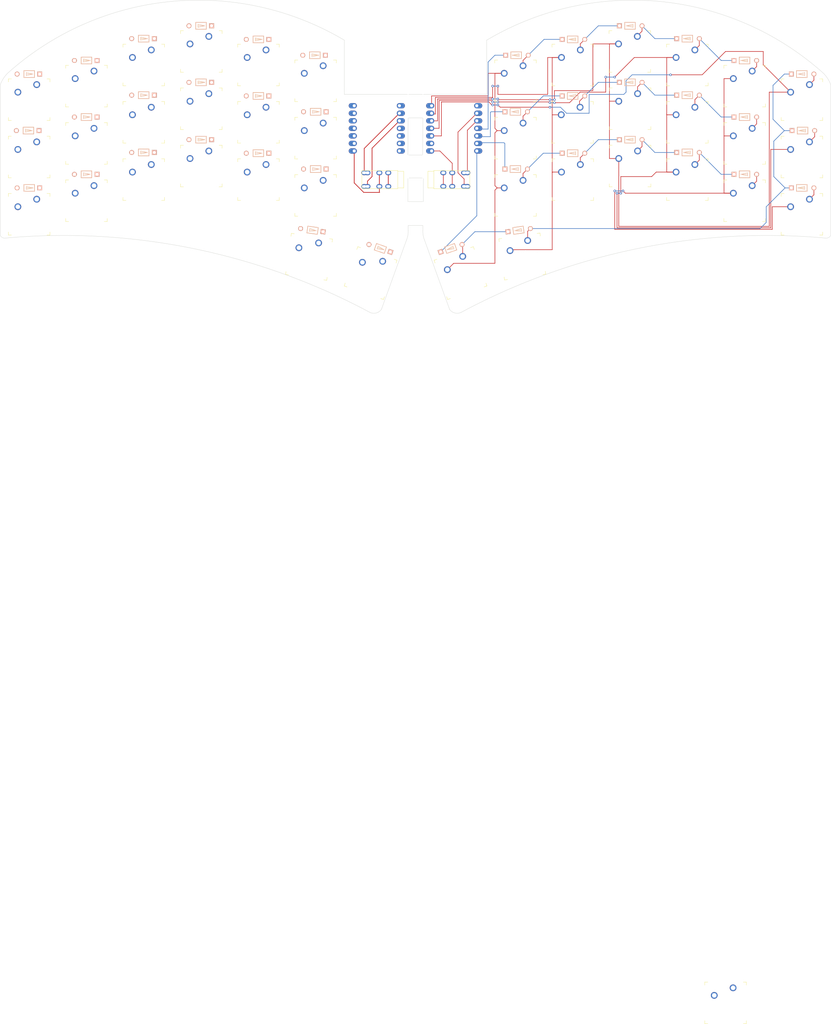
<source format=kicad_pcb>
(kicad_pcb (version 20211014) (generator pcbnew)
  (layers (0 "F.Cu" signal) (31 "B.Cu" signal) (34 "B.Paste" user) (35 "F.Paste" user) (36 "B.SilkS" user "B.Silkscreen") (37 "F.SilkS" user "F.Silkscreen") (38 "B.Mask" user) (39 "F.Mask" user) (44 "Edge.Cuts" user))
  (net 0 "")
  (footprint "keyswitches:SW_MX" (layer "F.Cu") (at 9.938 -118.872)
    (fp_text reference "REF**" hide)
    (fp_text value "SW_MX" hide)
  )
  (footprint "keyswitches:SW_MX" (layer "F.Cu") (at 125 -79.756 -19)
    (fp_text reference "REF**" hide)
    (fp_text value "SW_MX" hide)
  )
  (footprint "keyswitches:SW_MX" (layer "F.Cu") (at 251.038 -123.444)
    (fp_text reference "REF**" hide)
    (fp_text value "SW_MX" hide)
  )
  (footprint "Keebio-Parts:Diode" (layer "F.Cu") (at 48.292 -139.7)
    (fp_text reference "Ref**" hide)
    (fp_text value "VAL**" hide)
  )
  (footprint "Panelization:mouse-bite-5mm-slot" (layer "F.Cu") (at 140.144 -136.024 90)
    (fp_text reference "mouse-bite-5mm-slot" hide)
    (fp_text value "VAL**" hide)
  )
  (footprint "keyswitches:SW_MX" (layer "F.Cu") (at 29.242 -123.444)
    (fp_text reference "REF**" hide)
    (fp_text value "SW_MX" hide)
  )
  (footprint "keyswitches:SW_MX" (layer "F.Cu") (at 193.126 -111.252)
    (fp_text reference "REF**" hide)
    (fp_text value "SW_MX" hide)
  )
  (footprint "keyswitches:SW_MX" (layer "F.Cu") (at 231.734 -130.556)
    (fp_text reference "REF**" hide)
    (fp_text value "SW_MX" hide)
  )
  (footprint "Keebio-Parts:Diode" (layer "F.Cu") (at 67.596 -144.018)
    (fp_text reference "Ref**" hide)
    (fp_text value "VAL**" hide)
  )
  (footprint "Keebio-Parts:Diode" (layer "F.Cu") (at 9.684 -146.812)
    (fp_text reference "Ref**" hide)
    (fp_text value "VAL**" hide)
  )
  (footprint "keyswitches:SW_MX" (layer "F.Cu") (at 67.944 -154.424)
    (fp_text reference "REF**" hide)
    (fp_text value "SW_MX" hide)
  )
  (footprint "Keebio-Parts:Diode" (layer "F.Cu") (at 105.95 -153.162)
    (fp_text reference "Ref**" hide)
    (fp_text value "VAL**" hide)
  )
  (footprint "Keebio-Parts:Diode" (layer "F.Cu") (at 28.988 -113.03)
    (fp_text reference "Ref**" hide)
    (fp_text value "VAL**" hide)
  )
  (footprint "keyswitches:SW_MX" (layer "F.Cu") (at 106.458 -144.526)
    (fp_text reference "REF**" hide)
    (fp_text value "SW_MX" hide)
  )
  (footprint "keyswitches:SW_MX" (layer "F.Cu") (at 106.458 -105.918)
    (fp_text reference "REF**" hide)
    (fp_text value "SW_MX" hide)
  )
  (footprint "keyswitches:SW_MX" (layer "F.Cu") (at 9.938 -99.568)
    (fp_text reference "REF**" hide)
    (fp_text value "SW_MX" hide)
  )
  (footprint "keyswitches:SW_MX" (layer "F.Cu") (at 87.208 -130.556)
    (fp_text reference "REF**" hide)
    (fp_text value "SW_MX" hide)
  )
  (footprint "xiao-main:xiao-tht" (layer "F.Cu") (at 127.086 -128.524)
    (fp_text reference "U?" hide)
    (fp_text value "xiao-ble-thruhole" hide)
  )
  (footprint "Keebio-Parts:TRRS-PJ-320A" (layer "F.Cu") (at 134.1445 -111.252 -90)
    (fp_text reference "REF**" hide)
    (fp_text value "TRRS-PJ-320A" hide)
  )
  (footprint "keyswitches:SW_MX" (layer "F.Cu") (at 251.038 -142.748)
    (fp_text reference "REF**" hide)
    (fp_text value "SW_MX" hide)
  )
  (footprint "Keebio-Parts:Diode" (layer "F.Cu") (at 28.988 -151.384)
    (fp_text reference "Ref**" hide)
    (fp_text value "VAL**" hide)
  )
  (footprint "keyswitches:SW_MX" (layer "F.Cu") (at 176.108 -85.344 8)
    (fp_text reference "REF**" hide)
    (fp_text value "SW_MX" hide)
  )
  (footprint "keyswitches:SW_MX" (layer "F.Cu") (at 104.25172 -85.238938 -8)
    (fp_text reference "REF**" hide)
    (fp_text value "SW_MX" hide)
  )
  (footprint "keyswitches:SW_MX" (layer "F.Cu") (at 67.944 -115.816)
    (fp_text reference "REF**" hide)
    (fp_text value "SW_MX" hide)
  )
  (footprint "keyswitches:SW_MX" (layer "F.Cu") (at 48.546 -111.252)
    (fp_text reference "REF**" hide)
    (fp_text value "SW_MX" hide)
  )
  (footprint "Keebio-Parts:Diode" (layer "F.Cu") (at 67.596 -163.068)
    (fp_text reference "Ref**" hide)
    (fp_text value "VAL**" hide)
  )
  (footprint "keyswitches:SW_MX" (layer "F.Cu") (at 231.734 -149.86)
    (fp_text reference "REF**" hide)
    (fp_text value "SW_MX" hide)
  )
  (footprint "keyswitches:SW_MX" (layer "F.Cu") (at 173.822 -125.222)
    (fp_text reference "REF**" hide)
    (fp_text value "SW_MX" hide)
  )
  (footprint "Keebio-Parts:Diode" (layer "F.Cu") (at 67.596 -124.714)
    (fp_text reference "Ref**" hide)
    (fp_text value "VAL**" hide)
  )
  (footprint "Keebio-Parts:Diode" (layer "F.Cu") (at 106.204 -114.808)
    (fp_text reference "Ref**" hide)
    (fp_text value "VAL**" hide)
  )
  (footprint "keyswitches:SW_MX" (layer "F.Cu") (at 193.126 -149.86)
    (fp_text reference "REF**" hide)
    (fp_text value "SW_MX" hide)
  )
  (footprint "keyswitches:SW_MX" (layer "F.Cu") (at 270.342 -118.872)
    (fp_text reference "REF**" hide)
    (fp_text value "SW_MX" hide)
  )
  (footprint "keyswitches:SW_MX" (layer "F.Cu") (at 106.458 -125.222)
    (fp_text reference "REF**" hide)
    (fp_text value "SW_MX" hide)
  )
  (footprint "Keebio-Parts:Diode" (layer "F.Cu") (at 9.43 -127.762)
    (fp_text reference "Ref**" hide)
    (fp_text value "VAL**" hide)
  )
  (footprint "Panelization:mouse-bite-5mm-slot" (layer "F.Cu") (at 140.144 -115.624 90)
    (fp_text reference "mouse-bite-5mm-slot" hide)
    (fp_text value "VAL**" hide)
  )
  (footprint "keyswitches:SW_MX" (layer "F.Cu") (at 87.208 -111.252)
    (fp_text reference "REF**" hide)
    (fp_text value "SW_MX" hide)
  )
  (footprint "Keebio-Parts:TRRS-PJ-320A" (layer "F.Cu") (at 146.304 -111.252 90)
    (fp_text reference "REF**" hide)
    (fp_text value "TRRS-PJ-320A" hide)
  )
  (footprint "Keebio-Parts:Diode" (layer "F.Cu") (at 28.988 -132.334)
    (fp_text reference "Ref**" hide)
    (fp_text value "VAL**" hide)
  )
  (footprint "Keebio-Parts:Diode" (layer "F.Cu") (at 48.292 -158.75)
    (fp_text reference "Ref**" hide)
    (fp_text value "VAL**" hide)
  )
  (footprint "Keebio-Parts:Diode" (layer "F.Cu") (at 128.048 -88.138 -19)
    (fp_text reference "Ref**" hide)
    (fp_text value "VAL**" hide)
  )
  (footprint "keyswitches:SW_MX" (layer "F.Cu") (at 193.04 -130.556)
    (fp_text reference "REF**" hide)
    (fp_text value "SW_MX" hide)
  )
  (footprint "keyswitches:SW_MX" (layer "F.Cu") (at 212.43 -135.128)
    (fp_text reference "REF**" hide)
    (fp_text value "SW_MX" hide)
  )
  (footprint "keyswitches:SW_MX" (layer "F.Cu") (at 270.342 -99.568)
    (fp_text reference "REF**" hide)
    (fp_text value "SW_MX" hide)
  )
  (footprint "Keebio-Parts:Diode" (layer "F.Cu") (at 86.9 -139.446)
    (fp_text reference "Ref**" hide)
    (fp_text value "VAL**" hide)
  )
  (footprint "keyswitches:SW_MX" (layer "F.Cu") (at 173.822 -105.918)
    (fp_text reference "REF**" hide)
    (fp_text value "SW_MX" hide)
  )
  (footprint "keyswitches:SW_MX" (layer "F.Cu") (at 48.546 -149.86)
    (fp_text reference "REF**" hide)
    (fp_text value "SW_MX" hide)
  )
  (footprint "keyswitches:SW_MX" (layer "F.Cu") (at 212.43 -115.824)
    (fp_text reference "REF**" hide)
    (fp_text value "SW_MX" hide)
  )
  (footprint "keyswitches:SW_MX" (layer "F.Cu") (at 9.938 -138.176)
    (fp_text reference "REF**" hide)
    (fp_text value "SW_MX" hide)
  )
  (footprint "Panelization:mouse-bite-5mm-slot" (layer "F.Cu") (at 140.144 -99.824 90)
    (fp_text reference "mouse-bite-5mm-slot" hide)
    (fp_text value "VAL**" hide)
  )
  (footprint "keyswitches:SW_MX" (layer "F.Cu") (at 251.038 -104.14)
    (fp_text reference "REF**" hide)
    (fp_text value "SW_MX" hide)
  )
  (footprint "Keebio-Parts:Diode" (layer "F.Cu") (at 48.292 -120.396)
    (fp_text reference "Ref**" hide)
    (fp_text value "VAL**" hide)
  )
  (footprint "keyswitches:SW_MX" (layer "F.Cu") (at 270.342 -138.176)
    (fp_text reference "REF**" hide)
    (fp_text value "SW_MX" hide)
  )
  (footprint "Keebio-Parts:Diode" (layer "F.Cu") (at 106.204 -134.112)
    (fp_text reference "Ref**" hide)
    (fp_text value "VAL**" hide)
  )
  (footprint "keyswitches:SW_MX" (layer "F.Cu") (at 244.602 166.116)
    (fp_text reference "REF**" hide)
    (fp_text value "SW_MX" hide)
  )
  (footprint "Keebio-Parts:Diode" (layer "F.Cu") (at 86.9 -120.142)
    (fp_text reference "Ref**" hide)
    (fp_text value "VAL**" hide)
  )
  (footprint "keyswitches:SW_MX" (layer "F.Cu") (at 48.546 -130.556)
    (fp_text reference "REF**" hide)
    (fp_text value "SW_MX" hide)
  )
  (footprint "keyswitches:SW_MX" (layer "F.Cu") (at 212.344 -154.432)
    (fp_text reference "REF**" hide)
    (fp_text value "SW_MX" hide)
  )
  (footprint "keyswitches:SW_MX" (layer "F.Cu") (at 67.944 -135.12)
    (fp_text reference "REF**" hide)
    (fp_text value "SW_MX" hide)
  )
  (footprint "keyswitches:SW_MX" (layer "F.Cu") (at 155.28 -79.756 19)
    (fp_text reference "REF**" hide)
    (fp_text value "SW_MX" hide)
  )
  (footprint "Keebio-Parts:Diode" (layer "F.Cu") (at 86.9 -158.496)
    (fp_text reference "Ref**" hide)
    (fp_text value "VAL**" hide)
  )
  (footprint "Keebio-Parts:Diode" (layer "F.Cu") (at 105.188 -94.234 -8)
    (fp_text reference "Ref**" hide)
    (fp_text value "VAL**" hide)
  )
  (footprint "keyswitches:SW_MX" (layer "F.Cu") (at 87.208 -149.86)
    (fp_text reference "REF**" hide)
    (fp_text value "SW_MX" hide)
  )
  (footprint "keyswitches:SW_MX" (layer "F.Cu") (at 29.242 -142.748)
    (fp_text reference "REF**" hide)
    (fp_text value "SW_MX" hide)
  )
  (footprint "keyswitches:SW_MX" (layer "F.Cu") (at 173.822 -144.526)
    (fp_text reference "REF**" hide)
    (fp_text value "SW_MX" hide)
  )
  (footprint "keyswitches:SW_MX" (layer "F.Cu") (at 231.734 -111.252)
    (fp_text reference "REF**" hide)
    (fp_text value "SW_MX" hide)
  )
  (footprint "keyswitches:SW_MX" (layer "F.Cu") (at 29.242 -104.14)
    (fp_text reference "REF**" hide)
    (fp_text value "SW_MX" hide)
  )
  (footprint "Keebio-Parts:Diode" (layer "F.Cu") (at 9.684 -108.458)
    (fp_text reference "Ref**" hide)
    (fp_text value "VAL**" hide)
  )
  (footprint "Keebio-Parts:Diode" (layer "B.Cu") (at 231.956 -139.7 180)
    (fp_text reference "Ref**" hide)
    (fp_text value "VAL**" hide)
  )
  (footprint "Keebio-Parts:Diode" (layer "B.Cu") (at 193.348 -120.142 180)
    (fp_text reference "Ref**" hide)
    (fp_text value "VAL**" hide)
  )
  (footprint "Keebio-Parts:Diode" (layer "B.Cu") (at 193.348 -139.446 180)
    (fp_text reference "Ref**" hide)
    (fp_text value "VAL**" hide)
  )
  (footprint "Keebio-Parts:Diode" (layer "B.Cu") (at 231.956 -158.75 180)
    (fp_text reference "Ref**" hide)
    (fp_text value "VAL**" hide)
  )
  (footprint "Keebio-Parts:Diode" (layer "B.Cu") (at 231.956 -120.396 180)
    (fp_text reference "Ref**" hide)
    (fp_text value "VAL**" hide)
  )
  (footprint "Keebio-Parts:Diode" (layer "B.Cu") (at 251.26 -132.334 180)
    (fp_text reference "Ref**" hide)
    (fp_text value "VAL**" hide)
  )
  (footprint "Keebio-Parts:Diode" (layer "B.Cu") (at 270.564 -108.458 180)
    (fp_text reference "Ref**" hide)
    (fp_text value "VAL**" hide)
  )
  (footprint "Keebio-Parts:Diode" (layer "B.Cu") (at 212.652 -144.018 180)
    (fp_text reference "Ref**" hide)
    (fp_text value "VAL**" hide)
  )
  (footprint "Keebio-Parts:Diode" (layer "B.Cu") (at 251.26 -151.384 180)
    (fp_text reference "Ref**" hide)
    (fp_text value "VAL**" hide)
  )
  (footprint "xiao-main:xiao-tht" (layer "B.Cu") (at 153.162 -128.524 180)
    (fp_text reference "U?" hide)
    (fp_text value "xiao-ble-thruhole" hide)
  )
  (footprint "Keebio-Parts:Diode" (layer "B.Cu") (at 251.26 -113.03 180)
    (fp_text reference "Ref**" hide)
    (fp_text value "VAL**" hide)
  )
  (footprint "Keebio-Parts:Diode" (layer "B.Cu") (at 193.348 -158.496 180)
    (fp_text reference "Ref**" hide)
    (fp_text value "VAL**" hide)
  )
  (footprint "Keebio-Parts:Diode" (layer "B.Cu") (at 270.818 -127.762 180)
    (fp_text reference "Ref**" hide)
    (fp_text value "VAL**" hide)
  )
  (footprint "Keebio-Parts:Diode" (layer "B.Cu") (at 152.2 -88.138 -161)
    (fp_text reference "Ref**" hide)
    (fp_text value "VAL**" hide)
  )
  (footprint "Keebio-Parts:Diode" (layer "B.Cu") (at 174.298 -153.162 180)
    (fp_text reference "Ref**" hide)
    (fp_text value "VAL**" hide)
  )
  (footprint "Keebio-Parts:Diode" (layer "B.Cu") (at 212.652 -124.714 180)
    (fp_text reference "Ref**" hide)
    (fp_text value "VAL**" hide)
  )
  (footprint "Keebio-Parts:Diode" (layer "B.Cu") (at 174.044 -114.808 180)
    (fp_text reference "Ref**" hide)
    (fp_text value "VAL**" hide)
  )
  (footprint "Keebio-Parts:Diode" (layer "B.Cu") (at 270.564 -146.812 180)
    (fp_text reference "Ref**" hide)
    (fp_text value "VAL**" hide)
  )
  (footprint "Keebio-Parts:Diode" (layer "B.Cu") (at 175.06 -94.234 -172)
    (fp_text reference "Ref**" hide)
    (fp_text value "VAL**" hide)
  )
  (footprint "Keebio-Parts:Diode" (layer "B.Cu") (at 212.652 -163.068 180)
    (fp_text reference "Ref**" hide)
    (fp_text value "VAL**" hide)
  )
  (footprint "Keebio-Parts:Diode" (layer "B.Cu") (at 174.044 -134.112 180)
    (fp_text reference "Ref**" hide)
    (fp_text value "VAL**" hide)
  )
  (gr_arc (start 137.654 -94.074) (mid 137.55667 -92.548556) (end 137.154 -91.074) (layer "Edge.Cuts") (width 0.1))
  (gr_arc (start 2.154 -91.574) (mid 65.232152 -88.031945) (end 124.654 -66.574) (layer "Edge.Cuts") (width 0.1))
  (gr_arc (start 280.094 -92.574) (mid 279.279622 -91.702756) (end 278.094 -91.574) (layer "Edge.Cuts") (width 0.1))
  (gr_line (start 142.594 -95.824) (end 137.654 -95.824) (layer "Edge.Cuts") (width 0.1))
  (gr_line (start 142.544 -119.524) (end 137.544 -119.524) (layer "Edge.Cuts") (width 0.1))
  (gr_line (start 142.744 -103.824) (end 137.544 -103.824) (layer "Edge.Cuts") (width 0.1))
  (gr_line (start 0.154 -92.574) (end 0.154 -143.074) (layer "Edge.Cuts") (width 0.1))
  (gr_line (start 142.594 -94.074) (end 142.594 -95.824) (layer "Edge.Cuts") (width 0.1))
  (gr_arc (start 164.138 -158.242) (mid 222.696062 -171.249643) (end 277.594 -147.074) (layer "Edge.Cuts") (width 0.1))
  (gr_arc (start 143.094 -91.074) (mid 142.69133 -92.548555) (end 142.594 -94.074) (layer "Edge.Cuts") (width 0.1))
  (gr_line (start 137.544 -119.524) (end 137.654 -132.024) (layer "Edge.Cuts") (width 0.1))
  (gr_arc (start 0.154 -143.074) (mid 1.17908 -145.214575) (end 2.654 -147.074) (layer "Edge.Cuts") (width 0.1))
  (gr_line (start 142.744 -111.824) (end 142.744 -103.824) (layer "Edge.Cuts") (width 0.1))
  (gr_line (start 164.094 -139.954) (end 164.138 -158.242) (layer "Edge.Cuts") (width 0.1))
  (gr_line (start 142.594 -132.024) (end 137.654 -132.024) (layer "Edge.Cuts") (width 0.1))
  (gr_line (start 280.094 -143.074) (end 280.094 -92.574) (layer "Edge.Cuts") (width 0.1))
  (gr_line (start 142.594 -132.024) (end 142.544 -119.524) (layer "Edge.Cuts") (width 0.1))
  (gr_arc (start 277.594 -147.074) (mid 279.06892 -145.214575) (end 280.094 -143.074) (layer "Edge.Cuts") (width 0.1))
  (gr_line (start 137.654 -95.824) (end 137.654 -94.074) (layer "Edge.Cuts") (width 0.1))
  (gr_line (start 164.094 -139.954) (end 142.594 -139.954) (layer "Edge.Cuts") (width 0.1))
  (gr_line (start 142.594 -139.954) (end 137.654 -139.954) (layer "Edge.Cuts") (width 0.1))
  (gr_arc (start 155.594 -66.574) (mid 153.402548 -66.308191) (end 151.594 -67.574) (layer "Edge.Cuts") (width 0.1))
  (gr_arc (start 2.154 -91.574) (mid 0.968378 -91.702756) (end 0.154 -92.574) (layer "Edge.Cuts") (width 0.1))
  (gr_line (start 137.544 -111.824) (end 142.744 -111.824) (layer "Edge.Cuts") (width 0.1))
  (gr_line (start 116.11 -158.242) (end 116.154 -139.954) (layer "Edge.Cuts") (width 0.1))
  (gr_line (start 137.154 -91.074) (end 128.654 -67.574) (layer "Edge.Cuts") (width 0.1))
  (gr_arc (start 2.654 -147.074) (mid 57.551938 -171.249643) (end 116.11 -158.242) (layer "Edge.Cuts") (width 0.1))
  (gr_arc (start 155.594 -66.574) (mid 215.015848 -88.031945) (end 278.094 -91.574) (layer "Edge.Cuts") (width 0.1))
  (gr_line (start 137.544 -103.824) (end 137.544 -111.824) (layer "Edge.Cuts") (width 0.1))
  (gr_line (start 151.594 -67.574) (end 143.094 -91.074) (layer "Edge.Cuts") (width 0.1))
  (gr_arc (start 128.654 -67.574) (mid 126.845464 -66.308194) (end 124.654 -66.574) (layer "Edge.Cuts") (width 0.1))
  (gr_line (start 137.654 -139.954) (end 116.154 -139.954) (layer "Edge.Cuts") (width 0.1))
  (segment (start 127.9445 -108.952) (end 127.9445 -107.0055) (width 0.25) (layer "F.Cu") (net 0))
  (segment (start 123.9445 -110.7365) (end 125.476 -112.268) (width 0.25) (layer "F.Cu") (net 0))
  (segment (start 127.9445 -113.538) (end 127.9445 -108.952) (width 0.25) (layer "F.Cu") (net 0))
  (segment (start 195.412 -137.7) (end 197.158 -139.446) (width 0.2) (layer "F.Cu") (net 0))
  (segment (start 221.234 -113.792) (end 227.924 -113.792) (width 0.2) (layer "F.Cu") (net 0))
  (segment (start 189.23 -133.096) (end 186.182 -133.096) (width 0.2) (layer "F.Cu") (net 0))
  (segment (start 152.991428 -83.058) (end 150.850631 -80.917203) (width 0.2) (layer "F.Cu") (net 0))
  (segment (start 189.316 -152.4) (end 186.182 -152.4) (width 0.2) (layer "F.Cu") (net 0))
  (segment (start 247.228 -145.288) (end 244.094 -145.288) (width 0.2) (layer "F.Cu") (net 0))
  (segment (start 186.182 -87.63) (end 186.182 -113.792) (width 0.2) (layer "F.Cu") (net 0))
  (segment (start 167.64 -108.458) (end 170.012 -108.458) (width 0.2) (layer "F.Cu") (net 0))
  (segment (start 156.027731 -85.386177) (end 156.027731 -89.15311) (width 0.2) (layer "F.Cu") (net 0))
  (segment (start 166.878 -147.066) (end 166.878 -128.524) (width 0.2) (layer "F.Cu") (net 0))
  (segment (start 176.362 -113.316) (end 177.854 -114.808) (width 0.2) (layer "F.Cu") (net 0))
  (segment (start 216.462 -161.258) (end 216.462 -163.068) (width 0.2) (layer "F.Cu") (net 0))
  (segment (start 244.602 -154.432) (end 241.046 -150.876) (width 0.2) (layer "F.Cu") (net 0))
  (segment (start 205.486 -156.972) (end 205.486 -137.668) (width 0.2) (layer "F.Cu") (net 0))
  (segment (start 235.766 -156.432) (end 235.766 -158.75) (width 0.2) (layer "F.Cu") (net 0))
  (segment (start 259.842 -94.996) (end 208.026 -94.996) (width 0.2) (layer "F.Cu") (net 0))
  (segment (start 219.71 -112.268) (end 221.234 -113.792) (width 0.2) (layer "F.Cu") (net 0))
  (segment (start 157.604 -127.886) (end 160.782 -131.064) (width 0.2) (layer "F.Cu") (net 0))
  (segment (start 241.046 -150.876) (end 236.728 -146.558) (width 0.2) (layer "F.Cu") (net 0))
  (segment (start 147.574 -131.064) (end 145.542 -131.064) (width 0.2) (layer "F.Cu") (net 0))
  (segment (start 164.592 -139.446) (end 145.542 -139.446) (width 0.2) (layer "F.Cu") (net 0))
  (segment (start 167.64 -127.762) (end 170.012 -127.762) (width 0.2) (layer "F.Cu") (net 0))
  (segment (start 253.578 -128.524) (end 255.07 -130.016) (width 0.2) (layer "F.Cu") (net 0))
  (segment (start 176.362 -132.62) (end 177.854 -134.112) (width 0.2) (layer "F.Cu") (net 0))
  (segment (start 208.62 -137.668) (end 205.486 -137.668) (width 0.2) (layer "F.Cu") (net 0))
  (segment (start 186.182 -113.792) (end 186.182 -113.538) (width 0.2) (layer "F.Cu") (net 0))
  (segment (start 145.542 -139.446) (end 145.542 -136.144) (width 0.2) (layer "F.Cu") (net 0))
  (segment (start 166.878 -127) (end 166.878 -109.22) (width 0.2) (layer "F.Cu") (net 0))
  (segment (start 192.024 -137.16) (end 195.58 -140.716) (width 0.2) (layer "F.Cu") (net 0))
  (segment (start 204.216 -140.716) (end 204.216 -145.796) (width 0.2) (layer "F.Cu") (net 0))
  (segment (start 235.766 -117.824) (end 235.766 -120.396) (width 0.2) (layer "F.Cu") (net 0))
  (segment (start 227.924 -152.4) (end 213.868 -152.4) (width 0.2) (layer "F.Cu") (net 0))
  (segment (start 195.666 -157.004) (end 197.158 -158.496) (width 0.2) (layer "F.Cu") (net 0))
  (segment (start 257.302 -154.432) (end 244.602 -154.432) (width 0.2) (layer "F.Cu") (net 0))
  (segment (start 147.574 -138.43) (end 147.574 -131.064) (width 0.2) (layer "F.Cu") (net 0))
  (segment (start 170.012 -147.066) (end 166.878 -147.066) (width 0.2) (layer "F.Cu") (net 0))
  (segment (start 195.58 -140.716) (end 204.216 -140.716) (width 0.2) (layer "F.Cu") (net 0))
  (segment (start 167.64 -127.762) (end 166.878 -127) (width 0.2) (layer "F.Cu") (net 0))
  (segment (start 208.026 -94.996) (end 208.026 -106.68) (width 0.2) (layer "F.Cu") (net 0))
  (segment (start 176.362 -130.302) (end 176.362 -132.62) (width 0.2) (layer "F.Cu") (net 0))
  (segment (start 208.62 -118.364) (end 208.62 -95.504) (width 0.2) (layer "F.Cu") (net 0))
  (segment (start 154.432 -127.254) (end 160.782 -133.604) (width 0.2) (layer "F.Cu") (net 0))
  (segment (start 214.97 -140.208) (end 214.97 -142.526) (width 0.2) (layer "F.Cu") (net 0))
  (segment (start 125.476 -112.268) (end 125.476 -121.834) (width 0.25) (layer "F.Cu") (net 0))
  (segment (start 244.094 -125.984) (end 244.094 -106.68) (width 0.2) (layer "F.Cu") (net 0))
  (segment (start 127.9445 -107.0055) (end 128.016 -106.934) (width 0.25) (layer "F.Cu") (net 0))
  (segment (start 146.812 -133.35) (end 145.796 -133.35) (width 0.2) (layer "F.Cu") (net 0))
  (segment (start 167.894 -137.414) (end 185.166 -137.414) (width 0.2) (layer "F.Cu") (net 0))
  (segment (start 185.166 -137.414) (end 185.42 -137.16) (width 0.2) (layer "F.Cu") (net 0))
  (segment (start 186.944 -137.16) (end 192.024 -137.16) (width 0.2) (layer "F.Cu") (net 0))
  (segment (start 168.148 -138.176) (end 167.894 -138.43) (width 0.2) (layer "F.Cu") (net 0))
  (segment (start 177.916282 -93.847611) (end 178.832921 -94.76425) (width 0.2) (layer "F.Cu") (net 0))
  (segment (start 224.79 -113.792) (end 227.924 -113.792) (width 0.2) (layer "F.Cu") (net 0))
  (segment (start 195.666 -118.65) (end 197.158 -120.142) (width 0.2) (layer "F.Cu") (net 0))
  (segment (start 166.116 -138.43) (end 147.574 -138.43) (width 0.2) (layer "F.Cu") (net 0))
  (segment (start 167.64 -108.458) (end 166.878 -107.696) (width 0.2) (layer "F.Cu") (net 0))
  (segment (start 216.462 -122.396) (end 216.462 -124.714) (width 0.2) (layer "F.Cu") (net 0))
  (segment (start 154.432 -113.538) (end 154.432 -127.254) (width 0.2) (layer "F.Cu") (net 0))
  (segment (start 186.944 -141.224) (end 186.944 -138.176) (width 0.2) (layer "F.Cu") (net 0))
  (segment (start 272.882 -104.648) (end 274.374 -106.14) (width 0.2) (layer "F.Cu") (net 0))
  (segment (start 199.898 -156.972) (end 199.898 -141.224) (width 0.2) (layer "F.Cu") (net 0))
  (segment (start 122.8445 -121.7425) (end 134.706 -133.604) (width 0.25) (layer "F.Cu") (net 0))
  (segment (start 234.274 -138.208) (end 235.766 -139.7) (width 0.2) (layer "F.Cu") (net 0))
  (segment (start 156.504 -108.966) (end 156.504 -111.466) (width 0.2) (layer "F.Cu") (net 0))
  (segment (start 226.06 -146.558) (end 225.806 -146.558) (width 0.2) (layer "F.Cu") (net 0))
  (segment (start 207.264 -94.488) (end 207.264 -107.442) (width 0.2) (layer "F.Cu") (net 0))
  (segment (start 165.608 -137.922) (end 148.082 -137.922) (width 0.2) (layer "F.Cu") (net 0))
  (segment (start 122.8445 -113.552) (end 122.8445 -121.7425) (width 0.25) (layer "F.Cu") (net 0))
  (segment (start 157.604 -113.566) (end 157.604 -127.886) (width 0.2) (layer "F.Cu") (net 0))
  (segment (start 186.182 -133.096) (end 186.182 -113.792) (width 0.2) (layer "F.Cu") (net 0))
  (segment (start 166.878 -83.058) (end 152.991428 -83.058) (width 0.2) (layer "F.Cu") (net 0))
  (segment (start 266.532 -102.108) (end 260.35 -102.108) (width 0.2) (layer "F.Cu") (net 0))
  (segment (start 152.504 -108.966) (end 152.504 -113.552) (width 0.2) (layer "F.Cu") (net 0))
  (segment (start 164.846 -137.414) (end 148.844 -137.414) (width 0.2) (layer "F.Cu") (net 0))
  (segment (start 148.844 -137.414) (end 148.844 -125.984) (width 0.2) (layer "F.Cu") (net 0))
  (segment (start 205.486 -137.668) (end 205.486 -118.364) (width 0.2) (layer "F.Cu") (net 0))
  (segment (start 234.274 -116.332) (end 235.766 -117.824) (width 0.2) (layer "F.Cu") (net 0))
  (segment (start 185.42 -138.176) (end 168.148 -138.176) (width 0.2) (layer "F.Cu") (net 0))
  (segment (start 214.97 -142.526) (end 216.462 -144.018) (width 0.2) (layer "F.Cu") (net 0))
  (segment (start 166.878 -107.696) (end 166.878 -83.058) (width 0.2) (layer "F.Cu") (net 0))
  (segment (start 234.274 -154.94) (end 235.766 -156.432) (width 0.2) (layer "F.Cu") (net 0))
  (segment (start 259.842 -121.412) (end 259.842 -94.996) (width 0.2) (layer "F.Cu") (net 0))
  (segment (start 166.116 -136.398) (end 165.862 -136.398) (width 0.2) (layer "F.Cu") (net 0))
  (segment (start 165.862 -136.398) (end 164.846 -137.414) (width 0.2) (layer "F.Cu") (net 0))
  (segment (start 257.302 -149.946) (end 257.302 -154.432) (width 0.2) (layer "F.Cu") (net 0))
  (segment (start 266.532 -121.412) (end 259.842 -121.412) (width 0.2) (layer "F.Cu") (net 0))
  (segment (start 134.452 -133.858) (end 134.706 -133.604) (width 0.25) (layer "F.Cu") (net 0))
  (segment (start 125.476 -121.834) (end 134.706 -131.064) (width 0.25) (layer "F.Cu") (net 0))
  (segment (start 166.116 -137.414) (end 165.608 -137.922) (width 0.2) (layer "F.Cu") (net 0))
  (segment (start 148.082 -128.524) (end 145.542 -128.524) (width 0.2) (layer "F.Cu") (net 0))
  (segment (start 260.35 -94.488) (end 207.264 -94.488) (width 0.2) (layer "F.Cu") (net 0))
  (segment (start 172.282548 -87.63) (end 186.182 -87.63) (width 0.2) (layer "F.Cu") (net 0))
  (segment (start 152.504 -113.552) (end 152.504 -116.736) (width 0.2) (layer "F.Cu") (net 0))
  (segment (start 171.981579 -87.329031) (end 172.282548 -87.63) (width 0.2) (layer "F.Cu") (net 0))
  (segment (start 236.728 -146.558) (end 226.06 -146.558) (width 0.2) (layer "F.Cu") (net 0))
  (segment (start 167.894 -142.748) (end 167.894 -139.954) (width 0.2) (layer "F.Cu") (net 0))
  (segment (start 255.07 -130.016) (end 255.07 -132.334) (width 0.2) (layer "F.Cu") (net 0))
  (segment (start 166.878 -109.22) (end 167.64 -108.458) (width 0.2) (layer "F.Cu") (net 0))
  (segment (start 186.182 -113.792) (end 189.316 -113.792) (width 0.2) (layer "F.Cu") (net 0))
  (segment (start 130.9445 -113.538) (end 130.9445 -108.952) (width 0.25) (layer "F.Cu") (net 0))
  (segment (start 176.362 -149.606) (end 176.362 -151.416) (width 0.2) (layer "F.Cu") (net 0))
  (segment (start 186.182 -152.4) (end 186.182 -133.096) (width 0.2) (layer "F.Cu") (net 0))
  (segment (start 213.868 -152.4) (end 207.264 -145.796) (width 0.2) (layer "F.Cu") (net 0))
  (segment (start 234.274 -135.636) (end 234.274 -138.208) (width 0.2) (layer "F.Cu") (net 0))
  (segment (start 274.374 -144.748) (end 274.374 -146.812) (width 0.2) (layer "F.Cu") (net 0))
  (segment (start 176.362 -110.998) (end 176.362 -113.316) (width 0.2) (layer "F.Cu") (net 0))
  (segment (start 119.466 -110.15) (end 119.466 -120.904) (width 0.25) (layer "F.Cu") (net 0))
  (segment (start 184.658 -152.4) (end 189.316 -152.4) (width 0.2) (layer "F.Cu") (net 0))
  (segment (start 168.656 -135.636) (end 167.894 -136.398) (width 0.2) (layer "F.Cu") (net 0))
  (segment (start 274.628 -125.698) (end 274.628 -127.762) (width 0.2) (layer "F.Cu") (net 0))
  (segment (start 209.296 -106.68) (end 209.296 -112.268) (width 0.2) (layer "F.Cu") (net 0))
  (segment (start 167.894 -139.954) (end 184.658 -139.954) (width 0.2) (layer "F.Cu") (net 0))
  (segment (start 152.504 -116.736) (end 148.336 -120.904) (width 0.2) (layer "F.Cu") (net 0))
  (segment (start 166.116 -138.938) (end 146.812 -138.938) (width 0.2) (layer "F.Cu") (net 0))
  (segment (start 123.9445 -108.952) (end 123.9445 -110.7365) (width 0.25) (layer "F.Cu") (net 0))
  (segment (start 184.658 -139.954) (end 184.658 -152.4) (width 0.2) (layer "F.Cu") (net 0))
  (segment (start 224.79 -152.4) (end 224.79 -133.096) (width 0.2) (layer "F.Cu") (net 0))
  (segment (start 244.094 -145.288) (end 244.094 -125.984) (width 0.2) (layer "F.Cu") (net 0))
  (segment (start 266.532 -140.716) (end 257.302 -149.946) (width 0.2) (layer "F.Cu") (net 0))
  (segment (start 195.412 -135.636) (end 195.412 -137.7) (width 0.2) (layer "F.Cu") (net 0))
  (segment (start 209.296 -112.268) (end 219.71 -112.268) (width 0.2) (layer "F.Cu") (net 0))
  (segment (start 253.578 -147.828) (end 255.07 -149.32) (width 0.2) (layer "F.Cu") (net 0))
  (segment (start 122.682 -106.934) (end 119.466 -110.15) (width 0.25) (layer "F.Cu") (net 0))
  (segment (start 205.486 -118.364) (end 208.62 -118.364) (width 0.2) (layer "F.Cu") (net 0))
  (segment (start 195.666 -154.94) (end 195.666 -157.004) (width 0.2) (layer "F.Cu") (net 0))
  (segment (start 214.716 -159.512) (end 216.462 -161.258) (width 0.2) (layer "F.Cu") (net 0))
  (segment (start 214.97 -120.904) (end 216.462 -122.396) (width 0.2) (layer "F.Cu") (net 0))
  (segment (start 177.916282 -90.728061) (end 177.916282 -93.847611) (width 0.2) (layer "F.Cu") (net 0))
  (segment (start 185.42 -135.636) (end 168.656 -135.636) (width 0.2) (layer "F.Cu") (net 0))
  (segment (start 156.027731 -89.15311) (end 155.802426 -89.378415) (width 0.2) (layer "F.Cu") (net 0))
  (segment (start 146.812 -138.938) (end 146.812 -133.35) (width 0.2) (layer "F.Cu") (net 0))
  (segment (start 259.334 -140.716) (end 266.532 -140.716) (width 0.2) (layer "F.Cu") (net 0))
  (segment (start 148.844 -125.984) (end 145.542 -125.984) (width 0.2) (layer "F.Cu") (net 0))
  (segment (start 260.35 -102.108) (end 260.35 -94.488) (width 0.2) (layer "F.Cu") (net 0))
  (segment (start 253.578 -109.22) (end 255.07 -110.712) (width 0.2) (layer "F.Cu") (net 0))
  (segment (start 148.336 -120.904) (end 145.542 -120.904) (width 0.2) (layer "F.Cu") (net 0))
  (segment (start 210.82 -106.68) (end 247.228 -106.68) (width 0.2) (layer "F.Cu") (net 0))
  (segment (start 210.058 -107.442) (end 210.82 -106.68) (width 0.2) (layer "F.Cu") (net 0))
  (segment (start 227.924 -152.4) (end 224.79 -152.4) (width 0.2) (layer "F.Cu") (net 0))
  (segment (start 208.62 -95.504) (end 259.334 -95.504) (width 0.2) (layer "F.Cu") (net 0))
  (segment (start 156.504 -111.466) (end 154.432 -113.538) (width 0.2) (layer "F.Cu") (net 0))
  (segment (start 255.07 -110.712) (end 255.07 -113.03) (width 0.2) (layer "F.Cu") (net 0))
  (segment (start 247.228 -125.984) (end 244.094 -125.984) (width 0.2) (layer "F.Cu") (net 0))
  (segment (start 166.116 -142.748) (end 166.116 -138.938) (width 0.2) (layer "F.Cu") (net 0))
  (segment (start 149.504 -108.966) (end 149.504 -113.552) (width 0.2) (layer "F.Cu") (net 0))
  (segment (start 199.898 -141.224) (end 186.944 -141.224) (width 0.2) (layer "F.Cu") (net 0))
  (segment (start 170.012 -147.066) (end 164.592 -147.066) (width 0.2) (layer "F.Cu") (net 0))
  (segment (start 145.796 -133.35) (end 145.542 -133.604) (width 0.2) (layer "F.Cu") (net 0))
  (segment (start 148.082 -137.922) (end 148.082 -128.524) (width 0.2) (layer "F.Cu") (net 0))
  (segment (start 224.79 -133.35) (end 224.79 -113.792) (width 0.2) (layer "F.Cu") (net 0))
  (segment (start 208.534 -156.972) (end 199.898 -156.972) (width 0.2) (layer "F.Cu") (net 0))
  (segment (start 164.592 -147.066) (end 164.592 -139.446) (width 0.2) (layer "F.Cu") (net 0))
  (segment (start 176.362 -151.416) (end 178.108 -153.162) (width 0.2) (layer "F.Cu") (net 0))
  (segment (start 224.79 -133.096) (end 227.924 -133.096) (width 0.2) (layer "F.Cu") (net 0))
  (segment (start 259.334 -95.504) (end 259.334 -140.716) (width 0.2) (layer "F.Cu") (net 0))
  (segment (start 208.366 -156.972) (end 205.486 -156.972) (width 0.2) (layer "F.Cu") (net 0))
  (segment (start 195.666 -116.332) (end 195.666 -118.65) (width 0.2) (layer "F.Cu") (net 0))
  (segment (start 272.882 -123.952) (end 274.628 -125.698) (width 0.2) (layer "F.Cu") (net 0))
  (segment (start 272.882 -143.256) (end 274.374 -144.748) (width 0.2) (layer "F.Cu") (net 0))
  (segment (start 255.07 -149.32) (end 255.07 -151.384) (width 0.2) (layer "F.Cu") (net 0))
  (segment (start 128.016 -106.934) (end 122.682 -106.934) (width 0.25) (layer "F.Cu") (net 0))
  (segment (start 274.374 -106.14) (end 274.374 -108.458) (width 0.2) (layer "F.Cu") (net 0))
  (segment (start 244.094 -106.68) (end 247.228 -106.68) (width 0.2) (layer "F.Cu") (net 0))
  (segment (start 166.878 -128.524) (end 167.64 -127.762) (width 0.2) (layer "F.Cu") (net 0))
  (via (at 209.296 -106.68) (size 0.8) (drill 0.4) (layers "F.Cu" "B.Cu") (net 0))
  (via (at 167.894 -142.748) (size 0.8) (drill 0.4) (layers "F.Cu" "B.Cu") (net 0))
  (via (at 210.058 -107.442) (size 0.8) (drill 0.4) (layers "F.Cu" "B.Cu") (net 0))
  (via (at 167.894 -136.398) (size 0.8) (drill 0.4) (layers "F.Cu" "B.Cu") (net 0))
  (via (at 166.116 -142.748) (size 0.8) (drill 0.4) (layers "F.Cu" "B.Cu") (net 0))
  (via (at 166.116 -138.43) (size 0.8) (drill 0.4) (layers "F.Cu" "B.Cu") (net 0))
  (via (at 166.116 -136.398) (size 0.8) (drill 0.4) (layers "F.Cu" "B.Cu") (net 0))
  (via (at 167.894 -138.43) (size 0.8) (drill 0.4) (layers "F.Cu" "B.Cu") (net 0))
  (via (at 185.42 -135.636) (size 0.8) (drill 0.4) (layers "F.Cu" "B.Cu") (net 0))
  (via (at 167.894 -137.414) (size 0.8) (drill 0.4) (layers "F.Cu" "B.Cu") (net 0))
  (via (at 186.944 -138.176) (size 0.8) (drill 0.4) (layers "F.Cu" "B.Cu") (net 0))
  (via (at 185.42 -137.16) (size 0.8) (drill 0.4) (layers "F.Cu" "B.Cu") (net 0))
  (via (at 186.944 -137.16) (size 0.8) (drill 0.4) (layers "F.Cu" "B.Cu") (net 0))
  (via (at 207.264 -145.796) (size 0.8) (drill 0.4) (layers "F.Cu" "B.Cu") (net 0))
  (via (at 185.42 -138.176) (size 0.8) (drill 0.4) (layers "F.Cu" "B.Cu") (net 0))
  (via (at 207.264 -107.442) (size 0.8) (drill 0.4) (layers "F.Cu" "B.Cu") (net 0))
  (via (at 166.116 -137.414) (size 0.8) (drill 0.4) (layers "F.Cu" "B.Cu") (net 0))
  (via (at 208.026 -106.68) (size 0.8) (drill 0.4) (layers "F.Cu" "B.Cu") (net 0))
  (via (at 204.216 -145.796) (size 0.8) (drill 0.4) (layers "F.Cu" "B.Cu") (net 0))
  (via (at 226.06 -146.558) (size 0.8) (drill 0.4) (layers "F.Cu" "B.Cu") (net 0))
  (segment (start 258.318 -96.836068) (end 256.246182 -94.76425) (width 0.2) (layer "B.Cu") (net 0))
  (segment (start 213.106 -146.558) (end 211.074 -144.526) (width 0.2) (layer "B.Cu") (net 0))
  (segment (start 243.132 -151.384) (end 235.766 -158.75) (width 0.2) (layer "B.Cu") (net 0))
  (segment (start 211.074 -140.716) (end 210.312 -139.954) (width 0.2) (layer "B.Cu") (net 0))
  (segment (start 170.234 -114.808) (end 170.234 -123.39) (width 0.2) (layer "B.Cu") (net 0))
  (segment (start 167.894 -137.414) (end 166.116 -137.414) (width 0.2) (layer "B.Cu") (net 0))
  (segment (start 167.894 -138.43) (end 166.116 -138.43) (width 0.2) (layer "B.Cu") (net 0))
  (segment (start 188.976 -135.636) (end 185.42 -135.636) (width 0.2) (layer "B.Cu") (net 0))
  (segment (start 170.488 -153.162) (end 166.878 -153.162) (width 0.2) (layer "B.Cu") (net 0))
  (segment (start 243.132 -132.334) (end 235.766 -139.7) (width 0.2) (layer "B.Cu") (net 0))
  (segment (start 228.146 -139.7) (end 220.78 -139.7) (width 0.2) (layer "B.Cu") (net 0))
  (segment (start 220.78 -139.7) (end 216.462 -144.018) (width 0.2) (layer "B.Cu") (net 0))
  (segment (start 198.628 -133.604) (end 191.008 -133.604) (width 0.2) (layer "B.Cu") (net 0))
  (segment (start 198.628 -139.954) (end 198.628 -133.604) (width 0.2) (layer "B.Cu") (net 0))
  (segment (start 165.354 -133.858) (end 165.354 -125.73) (width 0.2) (layer "B.Cu") (net 0))
  (segment (start 247.45 -151.384) (end 243.132 -151.384) (width 0.2) (layer "B.Cu") (net 0))
  (segment (start 208.842 -163.068) (end 201.73 -163.068) (width 0.2) (layer "B.Cu") (net 0))
  (segment (start 189.538 -120.142) (end 183.188 -120.142) (width 0.2) (layer "B.Cu") (net 0))
  (segment (start 170.234 -123.39) (end 169.926 -123.698) (width 0.2) (layer "B.Cu") (net 0))
  (segment (start 264.414 -127.762) (end 260.858 -124.206) (width 0.2) (layer "B.Cu") (net 0))
  (segment (start 243.132 -113.03) (end 235.766 -120.396) (width 0.2) (layer "B.Cu") (net 0))
  (segment (start 183.188 -120.142) (end 177.854 -114.808) (width 0.2) (layer "B.Cu") (net 0))
  (segment (start 209.296 -106.68) (end 208.026 -106.68) (width 0.2) (layer "B.Cu") (net 0))
  (segment (start 207.264 -145.796) (end 204.216 -145.796) (width 0.2) (layer "B.Cu") (net 0))
  (segment (start 189.538 -139.446) (end 183.188 -139.446) (width 0.2) (layer "B.Cu") (net 0))
  (segment (start 258.318 -102.108) (end 258.318 -96.836068) (width 0.2) (layer "B.Cu") (net 0))
  (segment (start 167.894 -142.748) (end 166.116 -142.748) (width 0.2) (layer "B.Cu") (net 0))
  (segment (start 228.146 -120.396) (end 220.78 -120.396) (width 0.2) (layer "B.Cu") (net 0))
  (segment (start 264.668 -108.458) (end 266.754 -108.458) (width 0.2) (layer "B.Cu") (net 0))
  (segment (start 260.858 -112.268) (end 264.668 -108.458) (width 0.2) (layer "B.Cu") (net 0))
  (segment (start 183.188 -139.446) (end 177.854 -134.112) (width 0.2) (layer "B.Cu") (net 0))
  (segment (start 167.894 -136.398) (end 166.116 -136.398) (width 0.2) (layer "B.Cu") (net 0))
  (segment (start 201.73 -144.018) (end 197.158 -139.446) (width 0.2) (layer "B.Cu") (net 0))
  (segment (start 164.592 -150.876) (end 164.592 -128.27) (width 0.2) (layer "B.Cu") (net 0))
  (segment (start 260.604 -143.002) (end 260.604 -131.572) (width 0.2) (layer "B.Cu") (net 0))
  (segment (start 264.414 -127.762) (end 267.008 -127.762) (width 0.2) (layer "B.Cu") (net 0))
  (segment (start 247.45 -132.334) (end 243.132 -132.334) (width 0.2) (layer "B.Cu") (net 0))
  (segment (start 266.754 -146.812) (end 264.414 -146.812) (width 0.2) (layer "B.Cu") (net 0))
  (segment (start 201.73 -163.068) (end 197.158 -158.496) (width 0.2) (layer "B.Cu") (net 0))
  (segment (start 161.036 -125.73) (end 160.782 -125.984) (width 0.2) (layer "B.Cu") (net 0))
  (segment (start 191.008 -133.604) (end 188.976 -135.636) (width 0.2) (layer "B.Cu") (net 0))
  (segment (start 264.668 -108.458) (end 258.318 -102.108) (width 0.2) (layer "B.Cu") (net 0))
  (segment (start 165.608 -134.112) (end 165.354 -133.858) (width 0.2) (layer "B.Cu") (net 0))
  (segment (start 220.78 -120.396) (end 216.462 -124.714) (width 0.2) (layer "B.Cu") (net 0))
  (segment (start 186.944 -137.16) (end 185.42 -137.16) (width 0.2) (layer "B.Cu") (net 0))
  (segment (start 166.878 -153.162) (end 164.592 -150.876) (width 0.2) (layer "B.Cu") (net 0))
  (segment (start 161.036 -123.698) (end 160.782 -123.444) (width 0.2) (layer "B.Cu") (net 0))
  (segment (start 201.73 -124.714) (end 197.158 -120.142) (width 0.2) (layer "B.Cu") (net 0))
  (segment (start 169.926 -123.698) (end 161.036 -123.698) (width 0.2) (layer "B.Cu") (net 0))
  (segment (start 264.414 -146.812) (end 260.604 -143.002) (width 0.2) (layer "B.Cu") (net 0))
  (segment (start 161.036 -128.27) (end 160.782 -128.524) (width 0.2) (layer "B.Cu") (net 0))
  (segment (start 211.074 -144.526) (end 211.074 -140.716) (width 0.2) (layer "B.Cu") (net 0))
  (segment (start 226.06 -146.558) (end 213.106 -146.558) (width 0.2) (layer "B.Cu") (net 0))
  (segment (start 208.842 -144.018) (end 201.73 -144.018) (width 0.2) (layer "B.Cu") (net 0))
  (segment (start 210.058 -107.442) (end 207.264 -107.442) (width 0.2) (layer "B.Cu") (net 0))
  (segment (start 256.246182 -94.76425) (end 178.832921 -94.76425) (width 0.2) (layer "B.Cu") (net 0))
  (segment (start 148.597574 -86.897585) (end 160.782 -99.082011) (width 0.2) (layer "B.Cu") (net 0))
  (segment (start 228.146 -158.75) (end 220.78 -158.75) (width 0.2) (layer "B.Cu") (net 0))
  (segment (start 260.604 -131.572) (end 264.414 -127.762) (width 0.2) (layer "B.Cu") (net 0))
  (segment (start 208.842 -124.714) (end 201.73 -124.714) (width 0.2) (layer "B.Cu") (net 0))
  (segment (start 160.782 -99.082011) (end 160.782 -120.904) (width 0.2) (layer "B.Cu") (net 0))
  (segment (start 247.45 -113.03) (end 243.132 -113.03) (width 0.2) (layer "B.Cu") (net 0))
  (segment (start 186.944 -138.176) (end 185.42 -138.176) (width 0.2) (layer "B.Cu") (net 0))
  (segment (start 171.287079 -93.70375) (end 160.127761 -93.70375) (width 0.2) (layer "B.Cu") (net 0))
  (segment (start 220.78 -158.75) (end 216.462 -163.068) (width 0.2) (layer "B.Cu") (net 0))
  (segment (start 165.354 -125.73) (end 161.036 -125.73) (width 0.2) (layer "B.Cu") (net 0))
  (segment (start 260.858 -124.206) (end 260.858 -112.268) (width 0.2) (layer "B.Cu") (net 0))
  (segment (start 210.312 -139.954) (end 198.628 -139.954) (width 0.2) (layer "B.Cu") (net 0))
  (segment (start 170.234 -134.112) (end 165.608 -134.112) (width 0.2) (layer "B.Cu") (net 0))
  (segment (start 183.442 -158.496) (end 178.108 -153.162) (width 0.2) (layer "B.Cu") (net 0))
  (segment (start 160.127761 -93.70375) (end 155.802426 -89.378415) (width 0.2) (layer "B.Cu") (net 0))
  (segment (start 189.538 -158.496) (end 183.442 -158.496) (width 0.2) (layer "B.Cu") (net 0))
  (segment (start 164.592 -128.27) (end 161.036 -128.27) (width 0.2) (layer "B.Cu") (net 0))
)
</source>
